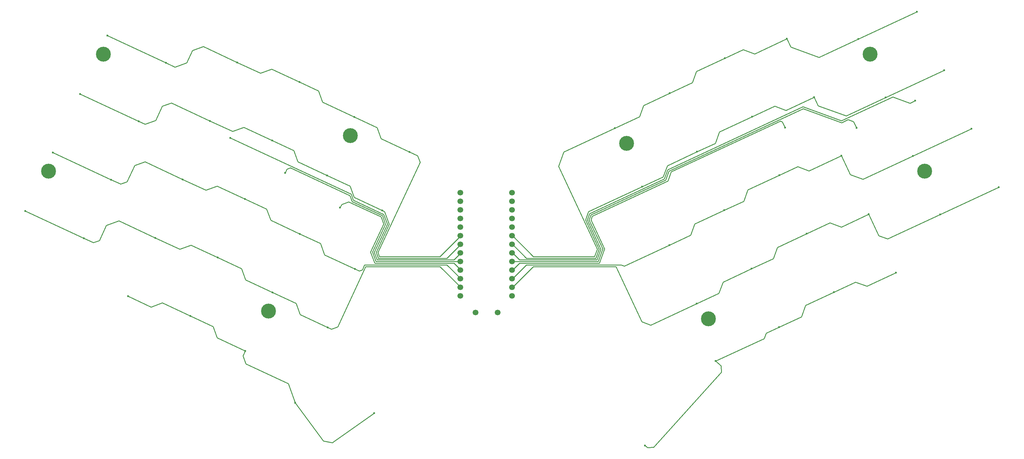
<source format=gtl>
%TF.GenerationSoftware,KiCad,Pcbnew,8.0.7*%
%TF.CreationDate,2024-12-23T04:44:47-05:00*%
%TF.ProjectId,mx,6d782e6b-6963-4616-945f-706362585858,v1.0.0*%
%TF.SameCoordinates,Original*%
%TF.FileFunction,Copper,L1,Top*%
%TF.FilePolarity,Positive*%
%FSLAX46Y46*%
G04 Gerber Fmt 4.6, Leading zero omitted, Abs format (unit mm)*
G04 Created by KiCad (PCBNEW 8.0.7) date 2024-12-23 04:44:47*
%MOMM*%
%LPD*%
G01*
G04 APERTURE LIST*
%TA.AperFunction,ComponentPad*%
%ADD10C,0.600000*%
%TD*%
%TA.AperFunction,ComponentPad*%
%ADD11C,0.700000*%
%TD*%
%TA.AperFunction,ComponentPad*%
%ADD12C,4.400000*%
%TD*%
%TA.AperFunction,ComponentPad*%
%ADD13C,1.700000*%
%TD*%
%TA.AperFunction,Conductor*%
%ADD14C,0.250000*%
%TD*%
G04 APERTURE END LIST*
D10*
X336233669Y-120975446D03*
X344284549Y-138240606D03*
X171584677Y-109435315D03*
D11*
X96022972Y-90226875D03*
X95967885Y-91488529D03*
X96954047Y-89373701D03*
X96821059Y-92419604D03*
D12*
X97518380Y-90924196D03*
D11*
X98215701Y-89428788D03*
X98082713Y-92474691D03*
X99068875Y-90359863D03*
X99013788Y-91621517D03*
X250296683Y-117934030D03*
X250241596Y-116672377D03*
X251227759Y-118787204D03*
X251094770Y-115741301D03*
D12*
X251792091Y-117236709D03*
D11*
X252489412Y-118732117D03*
X252356423Y-115686214D03*
X253342586Y-117801041D03*
X253287499Y-116539388D03*
D10*
X280741480Y-92124339D03*
X336892449Y-104641688D03*
X298558558Y-112586675D03*
D13*
X218049070Y-131824890D03*
X218049070Y-134364887D03*
X218049071Y-136904891D03*
X218049070Y-139444889D03*
X218049070Y-141984887D03*
X218049071Y-144524889D03*
X218049070Y-147064888D03*
X218049069Y-149604889D03*
X218049070Y-152144891D03*
X218049070Y-154684889D03*
X218049071Y-157224888D03*
X218049070Y-159764891D03*
X218049069Y-162304889D03*
X202809070Y-162304888D03*
X202809070Y-159764891D03*
X202809069Y-157224887D03*
X202809070Y-154684889D03*
X202809070Y-152144891D03*
X202809069Y-149604889D03*
X202809070Y-147064890D03*
X202809071Y-144524889D03*
X202809070Y-141984887D03*
X202809070Y-139444889D03*
X202809069Y-136904890D03*
X202809070Y-134364887D03*
X202809071Y-131824889D03*
D10*
X337397080Y-78394239D03*
X104850841Y-162394212D03*
X139381167Y-178495965D03*
X179742420Y-137017128D03*
X272476878Y-164553120D03*
X147325177Y-116383834D03*
X177407955Y-196940240D03*
X163640662Y-171547451D03*
X82618709Y-119918899D03*
D11*
X338206112Y-126151843D03*
X338151025Y-124890190D03*
X339137188Y-127005017D03*
X339004199Y-123959114D03*
D12*
X339701520Y-125454522D03*
D11*
X340398841Y-126949930D03*
X340265852Y-123904027D03*
X341252015Y-126018854D03*
X341196928Y-124757201D03*
D10*
X320131912Y-86445115D03*
X171691540Y-154282284D03*
D11*
X274449323Y-169729518D03*
X274394236Y-168467865D03*
X275380399Y-170582692D03*
X275247410Y-167536789D03*
D12*
X275944731Y-169032197D03*
D11*
X276642052Y-170527605D03*
X276509063Y-167481702D03*
X277495226Y-169596529D03*
X277440139Y-168334876D03*
D10*
X151153597Y-125920280D03*
X315164944Y-120869552D03*
X312944989Y-161184988D03*
X272583739Y-119706143D03*
X107934744Y-110704613D03*
X288792354Y-109389497D03*
X307114062Y-103604385D03*
X304894111Y-143919825D03*
X319627285Y-112692564D03*
X288685492Y-154236476D03*
X112901718Y-145129050D03*
X74567827Y-137184059D03*
X264425999Y-147287957D03*
X129003472Y-110598724D03*
X361549707Y-130189734D03*
X139274306Y-133648994D03*
X134944981Y-115603632D03*
X353498830Y-112924568D03*
X299063184Y-86339227D03*
X98720461Y-85388570D03*
X296843235Y-126654661D03*
X120952598Y-127863884D03*
X248324244Y-112757629D03*
X137054351Y-93333560D03*
X155482920Y-143965640D03*
X257267153Y-206432931D03*
X131223425Y-150914154D03*
X90669583Y-102653736D03*
X91832992Y-145234943D03*
X280634617Y-136971309D03*
D13*
X207309072Y-167159890D03*
X213809072Y-167159894D03*
D10*
X345447956Y-95659405D03*
X167362214Y-136236928D03*
X154113071Y-193823305D03*
X163533800Y-126700473D03*
X323215819Y-138134718D03*
X115985624Y-93439450D03*
X99883871Y-127969775D03*
D11*
X144734551Y-166069106D03*
X144679464Y-167330760D03*
X145665626Y-165215932D03*
X145532638Y-168261835D03*
D12*
X146229959Y-166766427D03*
D11*
X146927280Y-165271019D03*
X146794292Y-168316922D03*
X147780454Y-166202094D03*
X147725367Y-167463748D03*
D10*
X264532859Y-102440980D03*
D11*
X322104360Y-91621517D03*
X322049273Y-90359864D03*
X323035436Y-92474691D03*
X322902447Y-89428788D03*
D12*
X323599768Y-90924196D03*
D11*
X324297089Y-92419604D03*
X324164100Y-89373701D03*
X325150263Y-91488528D03*
X325095176Y-90226875D03*
D10*
X331266697Y-155399879D03*
D11*
X79921216Y-124757204D03*
X79866129Y-126018858D03*
X80852291Y-123904030D03*
X80719303Y-126949933D03*
D12*
X81416624Y-125454525D03*
D11*
X82113945Y-123959117D03*
X81980957Y-127005020D03*
X82967119Y-124890192D03*
X82912032Y-126151846D03*
D10*
X123172552Y-168179319D03*
X147432042Y-161230803D03*
X187793297Y-119751960D03*
D11*
X168887188Y-114273616D03*
X168832101Y-115535270D03*
X169818263Y-113420442D03*
X169685275Y-116466345D03*
D12*
X170382596Y-114970937D03*
D11*
X171079917Y-113475529D03*
X170946929Y-116521432D03*
X171933091Y-114406604D03*
X171878004Y-115668258D03*
D10*
X296736372Y-171501634D03*
X256375121Y-130022791D03*
X328182788Y-103710285D03*
X155376060Y-99118667D03*
X278079188Y-181524263D03*
D14*
X263888545Y-125049445D02*
X262917744Y-127716693D01*
X335395569Y-105339693D02*
X330318239Y-103491697D01*
X243380075Y-150824517D02*
X243081484Y-151644891D01*
X243374627Y-150812830D02*
X243380075Y-150824517D01*
X240903528Y-137982093D02*
X240223228Y-139851201D01*
X262917744Y-127716693D02*
X240903528Y-137982093D01*
X220219073Y-151644890D02*
X243081484Y-151644891D01*
X218179069Y-149604890D02*
X220219073Y-151644890D01*
X240223228Y-139851201D02*
X244233874Y-148452064D01*
X330318239Y-103491697D02*
X315191962Y-110545196D01*
X244233874Y-148452064D02*
X243374627Y-150812830D01*
X303847655Y-106416205D02*
X263888545Y-125049445D01*
X315191962Y-110545196D02*
X303847655Y-106416205D01*
X336892449Y-104641688D02*
X335395569Y-105339693D01*
X263316757Y-128082322D02*
X244253851Y-136971501D01*
X319627285Y-112692564D02*
X318748928Y-110808918D01*
X263833587Y-126662339D02*
X263833586Y-126662342D01*
X315240999Y-111096085D02*
X303870114Y-106957422D01*
X241302540Y-138347718D02*
X240763909Y-139827594D01*
X317124645Y-110217725D02*
X315240999Y-111096085D01*
X244774557Y-148428458D02*
X244632887Y-148817689D01*
X263833586Y-126662342D02*
X263316757Y-128082322D01*
X264287554Y-125415071D02*
X263833587Y-126662339D01*
X303870114Y-106957422D02*
X264287554Y-125415071D01*
X244638336Y-148829376D02*
X243435759Y-152133434D01*
X244632887Y-148817689D02*
X244638336Y-148829376D01*
X240763909Y-139827594D02*
X244774557Y-148428458D01*
X243435759Y-152133434D02*
X243411190Y-152144891D01*
X244253851Y-136971501D02*
X241302540Y-138347718D01*
X218179071Y-152144891D02*
X243411190Y-152144891D01*
X318748928Y-110808918D02*
X317124645Y-110217725D01*
X263989684Y-128320216D02*
X241701551Y-138713346D01*
X298558558Y-112586675D02*
X297747817Y-110848033D01*
X241304590Y-139803987D02*
X245320687Y-148416537D01*
X245320687Y-148416537D02*
X243782339Y-152643109D01*
X220219070Y-152644889D02*
X218179070Y-154684888D01*
X241701551Y-138713346D02*
X241304590Y-139803987D01*
X297747817Y-110848033D02*
X297164820Y-110635841D01*
X243778521Y-152644892D02*
X220219070Y-152644889D01*
X297164820Y-110635841D02*
X264960483Y-125652969D01*
X264960483Y-125652969D02*
X263989684Y-128320216D01*
X243782339Y-152643109D02*
X243778521Y-152644892D01*
X202939071Y-149604889D02*
X200899068Y-151644891D01*
X171251906Y-134026742D02*
X180230198Y-138213389D01*
X170598927Y-132232691D02*
X171251906Y-134026742D01*
X136270011Y-116224858D02*
X170598927Y-132232691D01*
X134944981Y-115603632D02*
X136268542Y-116220819D01*
X178236421Y-151640665D02*
X178245485Y-151644893D01*
X180230197Y-138213387D02*
X181277766Y-141091558D01*
X180230198Y-138213389D02*
X181277765Y-141091557D01*
X136268542Y-116220819D02*
X136270011Y-116224858D01*
X200899068Y-151644891D02*
X178245485Y-151644893D01*
X177413255Y-149379031D02*
X178236421Y-151640665D01*
X181277765Y-141091557D02*
X177413255Y-149379031D01*
X152716640Y-124445735D02*
X170199916Y-132598319D01*
X202939071Y-152144890D02*
X177885678Y-152144889D01*
X170352117Y-133016493D02*
X170852894Y-134392369D01*
X170852894Y-134392369D02*
X179831187Y-138579016D01*
X180737084Y-141067951D02*
X176871351Y-149358046D01*
X179831187Y-138579016D02*
X180737084Y-141067951D01*
X176871351Y-149358046D02*
X177885678Y-152144889D01*
X151153597Y-125920280D02*
X151662233Y-124829508D01*
X170352118Y-133016493D02*
X170352117Y-133016493D01*
X151662233Y-124829508D02*
X152716640Y-124445735D01*
X170199916Y-132598319D02*
X170352118Y-133016493D01*
X179432175Y-138944642D02*
X180196404Y-141044344D01*
X169879690Y-134490245D02*
X179432175Y-138944642D01*
X167362214Y-136236928D02*
X167828588Y-135236786D01*
X180196404Y-141044344D02*
X176329447Y-149337063D01*
X167828588Y-135236786D02*
X169879690Y-134490245D01*
X176329447Y-149337063D02*
X177533398Y-152644889D01*
X202939070Y-154684889D02*
X200899072Y-152644890D01*
X200899072Y-152644890D02*
X177533398Y-152644889D01*
X139474899Y-157520329D02*
X138265675Y-154198010D01*
X91832992Y-145234938D02*
X91832992Y-145234943D01*
X163640662Y-171547451D02*
X155565695Y-167782033D01*
X163640662Y-171547451D02*
X164747688Y-172063665D01*
X155565695Y-167782033D02*
X154356471Y-164459720D01*
X131223425Y-150914154D02*
X123383329Y-147258257D01*
X164747688Y-172063665D02*
X166606571Y-171387086D01*
X123383329Y-147258257D02*
X120061009Y-148467483D01*
X147432042Y-161230803D02*
X139474899Y-157520329D01*
X174879893Y-153644890D02*
X196819071Y-153644891D01*
X102097988Y-140091187D02*
X112901718Y-145129050D01*
X166606571Y-171387086D02*
X174879893Y-153644890D01*
X154356471Y-164459720D02*
X147432042Y-161230803D01*
X98444013Y-141421125D02*
X102097988Y-140091187D01*
X94632945Y-146540577D02*
X96347826Y-145916414D01*
X96347826Y-145916414D02*
X98444013Y-141421125D01*
X202939070Y-159764889D02*
X196819071Y-153644891D01*
X138265675Y-154198010D02*
X131223425Y-150914154D01*
X74567827Y-137184059D02*
X91832992Y-145234938D01*
X120061009Y-148467483D02*
X112901718Y-145129050D01*
X91832992Y-145234943D02*
X94632945Y-146540577D01*
X202939069Y-157224887D02*
X198859074Y-153144888D01*
X104526149Y-128567239D02*
X102559338Y-129283099D01*
X173908463Y-154545031D02*
X174559595Y-153148671D01*
X176174301Y-153144891D02*
X174569986Y-153144888D01*
X127794682Y-131054400D02*
X120952598Y-127863884D01*
X102530523Y-129203928D02*
X99883871Y-127969775D01*
X131116994Y-129845176D02*
X127794682Y-131054400D01*
X139274306Y-133648994D02*
X131116994Y-129845176D01*
X146891360Y-139959331D02*
X145682138Y-136637015D01*
X145682138Y-136637015D02*
X139274306Y-133648994D01*
X198859074Y-153144888D02*
X176174301Y-153144891D01*
X174559595Y-153148671D02*
X174569986Y-153144888D01*
X171691540Y-154282284D02*
X172979831Y-154883023D01*
X155482920Y-143965640D02*
X146891360Y-139959331D01*
X99883869Y-127969774D02*
X99883871Y-127969775D01*
X82618709Y-119918899D02*
X99883869Y-127969774D01*
X102559338Y-129283099D02*
X102530523Y-129203928D01*
X106753348Y-123790996D02*
X104526149Y-128567239D01*
X172979831Y-154883023D02*
X173908463Y-154545031D01*
X120952598Y-127863884D02*
X109822601Y-122673883D01*
X155482920Y-143965640D02*
X161582611Y-146809972D01*
X162791833Y-150132282D02*
X171691540Y-154282284D01*
X109822601Y-122673883D02*
X106753348Y-123790996D01*
X161582611Y-146809972D02*
X162791833Y-150132282D01*
X117592521Y-105277707D02*
X114921947Y-106249715D01*
X147325177Y-116383834D02*
X138986608Y-112495491D01*
X180446357Y-137345377D02*
X181818446Y-141115164D01*
X129003472Y-110598724D02*
X117592521Y-105277707D01*
X171468065Y-133158730D02*
X170258840Y-129836414D01*
X90669583Y-102653736D02*
X107934743Y-110704611D01*
X153678640Y-119346499D02*
X154887862Y-122668808D01*
X181818446Y-141115164D02*
X177959383Y-149390952D01*
X147325177Y-116383834D02*
X153678640Y-119346499D01*
X114921947Y-106249715D02*
X112956772Y-110464045D01*
X170258840Y-129836414D02*
X163533800Y-126700473D01*
X198859070Y-151144890D02*
X178590240Y-151144890D01*
X202939070Y-147064890D02*
X198859070Y-151144890D01*
X135664297Y-113704714D02*
X129003472Y-110598724D01*
X107934743Y-110704611D02*
X107934744Y-110704613D01*
X138986608Y-112495491D02*
X135664297Y-113704714D01*
X112956772Y-110464045D02*
X109846519Y-111596086D01*
X109846519Y-111596086D02*
X107934744Y-110704613D01*
X154887862Y-122668808D02*
X163533800Y-126700473D01*
X177959383Y-149390952D02*
X178594468Y-151135828D01*
X178594468Y-151135828D02*
X178590240Y-151144890D01*
X179742420Y-137017128D02*
X171468065Y-133158730D01*
X179742420Y-137017128D02*
X180446357Y-137345377D01*
X162186505Y-105052878D02*
X171584677Y-109435315D01*
X179481921Y-115876300D02*
X187793297Y-119751960D01*
X115985624Y-93439450D02*
X118649630Y-94681696D01*
X143869247Y-96511397D02*
X137054351Y-93333560D01*
X126984733Y-88638017D02*
X137054351Y-93333560D01*
X98720461Y-85388570D02*
X115985623Y-93439448D01*
X118649630Y-94681696D02*
X122145274Y-93409386D01*
X115985623Y-93439448D02*
X115985624Y-93439450D01*
X190913586Y-122793676D02*
X190218021Y-120882628D01*
X147191561Y-95302171D02*
X143869247Y-96511397D01*
X122145274Y-93409386D02*
X123835750Y-89784157D01*
X178950047Y-150644891D02*
X178501288Y-149411935D01*
X178501288Y-149411935D02*
X190913586Y-122793676D01*
X179455905Y-115885765D02*
X179481921Y-115876300D01*
X160977279Y-101730559D02*
X162186505Y-105052878D01*
X196819070Y-150644892D02*
X178950047Y-150644891D01*
X202939071Y-144524888D02*
X196819070Y-150644892D01*
X190218021Y-120882628D02*
X187793297Y-119751960D01*
X123835750Y-89784157D02*
X126984733Y-88638017D01*
X155376060Y-99118667D02*
X160977279Y-101730559D01*
X178237215Y-112537444D02*
X179455905Y-115885765D01*
X171584677Y-109435315D02*
X178237215Y-112537444D01*
X155376060Y-99118667D02*
X147191561Y-95302171D01*
X104850841Y-162394212D02*
X111593228Y-165538239D01*
X139381167Y-178495965D02*
X131088687Y-174629118D01*
X114915551Y-164329015D02*
X123172552Y-168179319D01*
X131088687Y-174629118D02*
X129879462Y-171306803D01*
X129879462Y-171306803D02*
X123172552Y-168179319D01*
X177407955Y-196940240D02*
X165052192Y-205591839D01*
X139571421Y-182346730D02*
X152054610Y-188167741D01*
X165052192Y-205591839D02*
X162419097Y-205127555D01*
X111593228Y-165538239D02*
X114915551Y-164329015D01*
X152054610Y-188167741D02*
X154113071Y-193823305D01*
X139381167Y-178495965D02*
X138700862Y-179954884D01*
X154113071Y-193823305D02*
X162419097Y-205127555D01*
X138700862Y-179954884D02*
X139571421Y-182346730D01*
X218179072Y-159764889D02*
X224299071Y-153644888D01*
X272476878Y-164553120D02*
X279022341Y-161500917D01*
X248687760Y-153649638D02*
X248689487Y-153644890D01*
X304894111Y-143919825D02*
X311794175Y-140702272D01*
X295076887Y-151256118D02*
X296286111Y-147933802D01*
X315116489Y-141911498D02*
X323215819Y-138134718D01*
X279022341Y-161500917D02*
X280231564Y-158178606D01*
X280231564Y-158178606D02*
X288685492Y-154236476D01*
X258912509Y-170878288D02*
X256273757Y-169917860D01*
X256273757Y-169917860D02*
X248687760Y-153649638D01*
X361549702Y-130189731D02*
X361549707Y-130189734D01*
X323215819Y-138134718D02*
X326189623Y-144512061D01*
X288685492Y-154236476D02*
X295076887Y-151256118D01*
X311794175Y-140702272D02*
X315116489Y-141911498D01*
X328798802Y-145461726D02*
X344284549Y-138240606D01*
X224299071Y-153644888D02*
X248689487Y-153644890D01*
X344284549Y-138240606D02*
X361549702Y-130189731D01*
X326189623Y-144512061D02*
X328798802Y-145461726D01*
X272476878Y-164553120D02*
X258912509Y-170878288D01*
X296286111Y-147933802D02*
X304894111Y-143919825D01*
X296843235Y-126654661D02*
X287564564Y-130981377D01*
X305615520Y-125322525D02*
X315164944Y-120869552D01*
X270717696Y-144354091D02*
X271926922Y-141031775D01*
X321509228Y-127841564D02*
X336233669Y-120975446D01*
X264425999Y-147287957D02*
X251128658Y-153488610D01*
X296843235Y-126654661D02*
X302293205Y-124113299D01*
X317783750Y-126485601D02*
X321509228Y-127841564D01*
X271926922Y-141031775D02*
X280634617Y-136971309D01*
X251128658Y-153488610D02*
X250184299Y-153144888D01*
X315164944Y-120869552D02*
X317783750Y-126485601D01*
X287564564Y-130981377D02*
X286355342Y-134303693D01*
X286355342Y-134303693D02*
X280634617Y-136971309D01*
X218179071Y-157224889D02*
X222259070Y-153144891D01*
X264425999Y-147287957D02*
X270717696Y-144354091D01*
X222259070Y-153144891D02*
X250184299Y-153144888D01*
X302293205Y-124113299D02*
X305615520Y-125322525D01*
X353498830Y-112924568D02*
X336233669Y-120975446D01*
X256375121Y-130022791D02*
X240589163Y-137383901D01*
X242724976Y-151135826D02*
X242729203Y-151144890D01*
X277969131Y-117194893D02*
X279178355Y-113872579D01*
X239682548Y-139874810D02*
X243693194Y-148475670D01*
X328182788Y-103710285D02*
X345447953Y-95659407D01*
X308279064Y-106102738D02*
X307114062Y-103604385D01*
X262603380Y-127118504D02*
X256375121Y-130022791D01*
X316576048Y-109122596D02*
X308279064Y-106102738D01*
X240589163Y-137383901D02*
X239682548Y-139874810D01*
X328182788Y-103710285D02*
X316576048Y-109122596D01*
X272583739Y-119706143D02*
X263812601Y-123796189D01*
X243693194Y-148475670D02*
X242724976Y-151135826D01*
X345447953Y-95659407D02*
X345447956Y-95659405D01*
X279178355Y-113872579D02*
X288792354Y-109389497D01*
X218179071Y-147064887D02*
X222259074Y-151144890D01*
X298777064Y-107452687D02*
X298903946Y-107393518D01*
X298903946Y-107393518D02*
X298951285Y-107410750D01*
X288792354Y-109389497D02*
X295502092Y-106260695D01*
X272583739Y-119706143D02*
X277969131Y-117194893D01*
X222259074Y-151144890D02*
X242729203Y-151144890D01*
X263812601Y-123796189D02*
X262603380Y-127118504D01*
X298951285Y-107410750D02*
X307114062Y-103604385D01*
X295502092Y-106260695D02*
X298777064Y-107452687D01*
X308552359Y-91844751D02*
X300215504Y-88810385D01*
X256813042Y-106040792D02*
X264532859Y-102440980D01*
X218179073Y-144524887D02*
X224299075Y-150644891D01*
X286218641Y-89570295D02*
X289540952Y-90779518D01*
X248324244Y-112757629D02*
X233259369Y-119782496D01*
X231726073Y-123995190D02*
X233259369Y-119782496D01*
X264532859Y-102440980D02*
X271223337Y-99321160D01*
X289540952Y-90779518D02*
X299063184Y-86339227D01*
X271223337Y-99321160D02*
X272432557Y-95998851D01*
X300215504Y-88810385D02*
X299063184Y-86339227D01*
X224299075Y-150644891D02*
X242369397Y-150644890D01*
X280741480Y-92124339D02*
X286218641Y-89570295D01*
X243151292Y-148496655D02*
X231726073Y-123995190D01*
X337397080Y-78394239D02*
X320131914Y-86445117D01*
X255603818Y-109363107D02*
X256813042Y-106040792D01*
X272432557Y-95998851D02*
X280741480Y-92124339D01*
X242369397Y-150644890D02*
X243151292Y-148496655D01*
X320131914Y-86445117D02*
X320131912Y-86445115D01*
X320131912Y-86445115D02*
X308552359Y-91844751D01*
X248324244Y-112757629D02*
X255603818Y-109363107D01*
X319328457Y-158208331D02*
X312944989Y-161184988D01*
X279679174Y-182964900D02*
X278079188Y-181524263D01*
X257267153Y-206432931D02*
X258001801Y-207094411D01*
X296736372Y-171501634D02*
X303363407Y-168411395D01*
X279776621Y-184824217D02*
X279679174Y-182964900D01*
X331266697Y-155399879D02*
X322650769Y-159417552D01*
X259809762Y-206999661D02*
X279776621Y-184824217D01*
X322650769Y-159417552D02*
X319328457Y-158208331D01*
X292958992Y-173263054D02*
X292379184Y-174856064D01*
X292379184Y-174856064D02*
X278079188Y-181524263D01*
X296736372Y-171501634D02*
X292958992Y-173263054D01*
X258001801Y-207094411D02*
X259809762Y-206999661D01*
X304572628Y-165089084D02*
X312944989Y-161184988D01*
X303363407Y-168411395D02*
X304572628Y-165089084D01*
M02*

</source>
